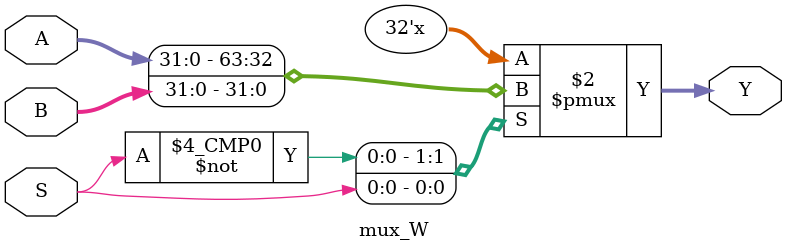
<source format=v>
`timescale 1ns / 1ps


module mux_W #(parameter n=32)(input[n-1: 0]A, input [n-1: 0] B, input S, output reg [n-1:0] Y);
always@(*) begin
  case(S)
    1'b0: Y = A;
    1'b1: Y = B;
  endcase
end
endmodule
</source>
